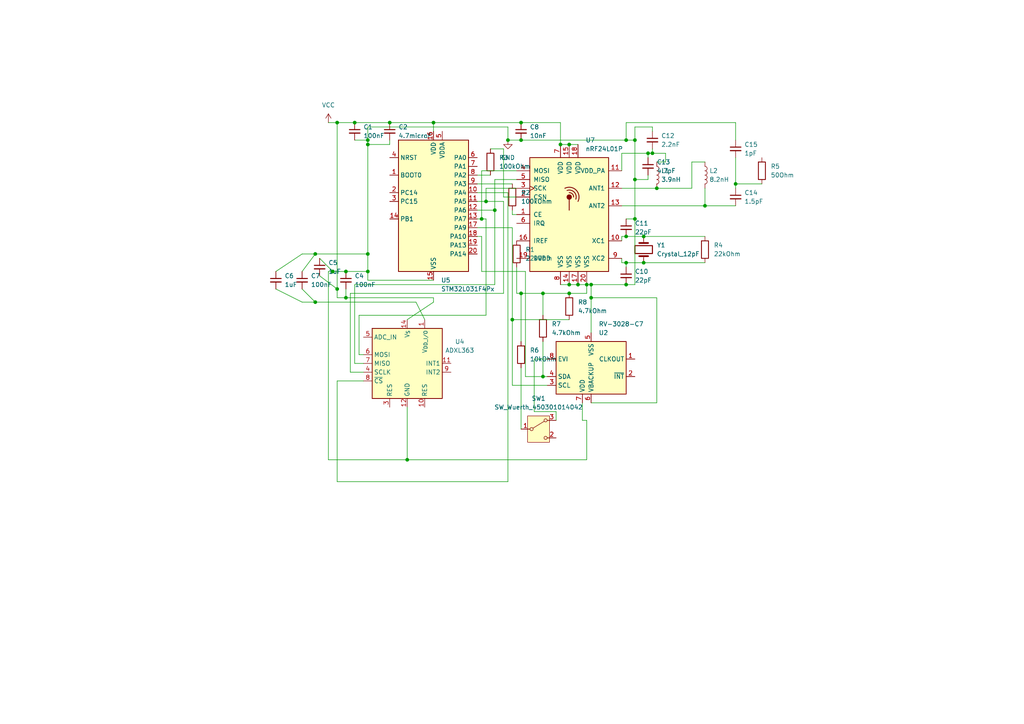
<source format=kicad_sch>
(kicad_sch (version 20231120) (generator "eeschema") (generator_version "8.0")
  (paper "A4")
  (lib_symbols
    (symbol "Device:C_Small" (pin_numbers hide) (pin_names (offset 0.254) hide)
      (property "Reference" "C" (at 0.254 1.778 0))
      (property "Value" "C_Small" (at 0.254 -2.032 0))
      (symbol "C_Small_0_1"
        (polyline (pts (xy -1.524 -0.508) (xy 1.524 -0.508)) (stroke (width 0.3302)))
        (polyline (pts (xy -1.524 0.508) (xy 1.524 0.508)) (stroke (width 0.3048)))
      )
      (symbol "C_Small_1_1"
        (pin passive line (at 0 2.54 270) (length 2.032) (name "~") (number "1"))
        (pin passive line (at 0 -2.54 90) (length 2.032) (name "~") (number "2"))
      )
    )
    (symbol "Device:Crystal" (pin_numbers hide) (pin_names (offset 1.016) hide)
      (property "Reference" "Y" (at 0 3.81 0))
      (property "Value" "Crystal" (at 0 -3.81 0))
      (symbol "Crystal_0_1"
        (rectangle (start -1.143 2.54) (end 1.143 -2.54) (stroke (width 0.3048)))
        (polyline (pts (xy -2.54 0) (xy -1.905 0)))
        (polyline (pts (xy -1.905 -1.27) (xy -1.905 1.27)) (stroke (width 0.508)))
        (polyline (pts (xy 1.905 -1.27) (xy 1.905 1.27)) (stroke (width 0.508)))
        (polyline (pts (xy 2.54 0) (xy 1.905 0)))
      )
      (symbol "Crystal_1_1"
        (pin passive line (at -3.81 0 0) (length 1.27) (name "1") (number "1"))
        (pin passive line (at 3.81 0 180) (length 1.27) (name "2") (number "2"))
      )
    )
    (symbol "Device:L" (pin_numbers hide) (pin_names (offset 1.016) hide)
      (property "Reference" "L" (at -1.27 0 90))
      (property "Value" "L" (at 1.905 0 90))
      (symbol "L_0_1"
        (arc (start 0 -2.54) (mid 0.6323 -1.905) (end 0 -1.27))
        (arc (start 0 -1.27) (mid 0.6323 -0.635) (end 0 0))
        (arc (start 0 0) (mid 0.6323 0.635) (end 0 1.27))
        (arc (start 0 1.27) (mid 0.6323 1.905) (end 0 2.54))
      )
      (symbol "L_1_1"
        (pin passive line (at 0 3.81 270) (length 1.27) (name "1") (number "1"))
        (pin passive line (at 0 -3.81 90) (length 1.27) (name "2") (number "2"))
      )
    )
    (symbol "Device:R" (pin_numbers hide) (pin_names (offset 0))
      (property "Reference" "R" (at 2.032 0 90))
      (property "Value" "R" (at 0 0 90))
      (symbol "R_0_1"
        (rectangle (start -1.016 -2.54) (end 1.016 2.54) (stroke (width 0.254)))
      )
      (symbol "R_1_1"
        (pin passive line (at 0 3.81 270) (length 1.27) (name "~") (number "1"))
        (pin passive line (at 0 -3.81 90) (length 1.27) (name "~") (number "2"))
      )
    )
    (symbol "MCU_ST_STM32L0:STM32L031F4Px"
      (property "Reference" "U" (at -10.16 21.59 0))
      (property "Value" "STM32L031F4Px" (at 5.08 21.59 0))
      (symbol "STM32L031F4Px_0_1"
        (rectangle (start -10.16 -17.78) (end 10.16 20.32) (stroke (width 0.254)) (fill (type background)))
      )
      (symbol "STM32L031F4Px_1_1"
        (pin input line (at -12.7 10.16 0) (length 2.54) (name "BOOT0") (number "1"))
        (pin bidirectional line (at 12.7 5.08 180) (length 2.54) (name "PA4") (number "10"))
        (pin bidirectional line (at 12.7 2.54 180) (length 2.54) (name "PA5") (number "11"))
        (pin bidirectional line (at 12.7 0 180) (length 2.54) (name "PA6") (number "12"))
        (pin bidirectional line (at 12.7 -2.54 180) (length 2.54) (name "PA7") (number "13"))
        (pin bidirectional line (at -12.7 -2.54 0) (length 2.54) (name "PB1") (number "14"))
        (pin power_in line (at 0 -20.32 90) (length 2.54) (name "VSS") (number "15"))
        (pin power_in line (at 0 22.86 270) (length 2.54) (name "VDD") (number "16"))
        (pin bidirectional line (at 12.7 -5.08 180) (length 2.54) (name "PA9") (number "17"))
        (pin bidirectional line (at 12.7 -7.62 180) (length 2.54) (name "PA10") (number "18"))
        (pin bidirectional line (at 12.7 -10.16 180) (length 2.54) (name "PA13") (number "19"))
        (pin bidirectional line (at -12.7 5.08 0) (length 2.54) (name "PC14") (number "2"))
        (pin bidirectional line (at 12.7 -12.7 180) (length 2.54) (name "PA14") (number "20"))
        (pin bidirectional line (at -12.7 2.54 0) (length 2.54) (name "PC15") (number "3"))
        (pin input line (at -12.7 15.24 0) (length 2.54) (name "NRST") (number "4"))
        (pin power_in line (at 2.54 22.86 270) (length 2.54) (name "VDDA") (number "5"))
        (pin bidirectional line (at 12.7 15.24 180) (length 2.54) (name "PA0") (number "6"))
        (pin bidirectional line (at 12.7 12.7 180) (length 2.54) (name "PA1") (number "7"))
        (pin bidirectional line (at 12.7 10.16 180) (length 2.54) (name "PA2") (number "8"))
        (pin bidirectional line (at 12.7 7.62 180) (length 2.54) (name "PA3") (number "9"))
      )
    )
    (symbol "RF:nRF24L01P" (pin_names (offset 1.016))
      (property "Reference" "U" (at -11.43 17.78 0))
      (property "Value" "nRF24L01P" (at 5.08 17.78 0))
      (symbol "nRF24L01P_0_1"
        (rectangle (start -11.43 16.51) (end 11.43 -16.51) (stroke (width 0.254)) (fill (type background)))
        (polyline (pts (xy 0 4.445) (xy 0 1.27)) (stroke (width 0.254)))
        (circle (center 0 5.08) (radius 0.635) (stroke (width 0.254)) (fill (type outline)))
        (arc (start 1.27 5.08) (mid 0.9071 5.9946) (end 0 6.35) (stroke (width 0.254)))
        (arc (start 1.905 4.445) (mid 1.4313 6.5254) (end -0.635 6.985) (stroke (width 0.254)))
        (arc (start 2.54 3.81) (mid 2.008 7.088) (end -1.27 7.62) (stroke (width 0.254)))
        (rectangle (start 11.43 -13.97) (end 11.43 -13.97))
      )
      (symbol "nRF24L01P_1_1"
        (pin input line (at -15.24 0 0) (length 3.81) (name "CE") (number "1"))
        (pin passive line (at 15.24 -7.62 180) (length 3.81) (name "XC1") (number "10"))
        (pin power_out line (at 15.24 12.7 180) (length 3.81) (name "VDD_PA") (number "11"))
        (pin passive line (at 15.24 7.62 180) (length 3.81) (name "ANT1") (number "12"))
        (pin passive line (at 15.24 2.54 180) (length 3.81) (name "ANT2") (number "13"))
        (pin power_in line (at 0 -20.32 90) (length 3.81) (name "VSS") (number "14"))
        (pin power_in line (at 0 20.32 270) (length 3.81) (name "VDD") (number "15"))
        (pin passive line (at -15.24 -7.62 0) (length 3.81) (name "IREF") (number "16"))
        (pin power_in line (at 2.54 -20.32 90) (length 3.81) (name "VSS") (number "17"))
        (pin power_in line (at 2.54 20.32 270) (length 3.81) (name "VDD") (number "18"))
        (pin power_out line (at -15.24 -12.7 0) (length 3.81) (name "DVDD") (number "19"))
        (pin input line (at -15.24 5.08 0) (length 3.81) (name "CSN") (number "2"))
        (pin power_in line (at 5.08 -20.32 90) (length 3.81) (name "VSS") (number "20"))
        (pin input clock (at -15.24 7.62 0) (length 3.81) (name "SCK") (number "3"))
        (pin input line (at -15.24 12.7 0) (length 3.81) (name "MOSI") (number "4"))
        (pin output line (at -15.24 10.16 0) (length 3.81) (name "MISO") (number "5"))
        (pin output line (at -15.24 -2.54 0) (length 3.81) (name "IRQ") (number "6"))
        (pin power_in line (at -2.54 20.32 270) (length 3.81) (name "VDD") (number "7"))
        (pin power_in line (at -2.54 -20.32 90) (length 3.81) (name "VSS") (number "8"))
        (pin passive line (at 15.24 -12.7 180) (length 3.81) (name "XC2") (number "9"))
      )
    )
    (symbol "Sensor_Motion:ADXL363"
      (property "Reference" "U" (at -8.89 11.43 0))
      (property "Value" "ADXL363" (at 6.35 11.43 0))
      (symbol "ADXL363_0_1"
        (rectangle (start -10.16 10.16) (end 10.16 -10.16) (stroke (width 0.254)) (fill (type background)))
      )
      (symbol "ADXL363_1_1"
        (pin power_in line (at 5.08 12.7 270) (length 2.54) (name "V_{DD_I/O}") (number "1"))
        (pin passive line (at 5.08 -12.7 90) (length 2.54) (name "RES") (number "10"))
        (pin output line (at 12.7 0 180) (length 2.54) (name "INT1") (number "11"))
        (pin power_in line (at 0 -12.7 90) (length 2.54) (name "GND") (number "12"))
        (pin passive line (at 0 -12.7 90) (length 2.54) hide (name "GND") (number "13"))
        (pin power_in line (at 0 12.7 270) (length 2.54) (name "V_{S}") (number "14"))
        (pin passive line (at 0 -12.7 90) (length 2.54) hide (name "GND") (number "16"))
        (pin passive line (at -5.08 -12.7 90) (length 2.54) (name "RES") (number "3"))
        (pin input line (at -12.7 -2.54 0) (length 2.54) (name "SCLK") (number "4"))
        (pin input line (at -12.7 7.62 0) (length 2.54) (name "ADC_IN") (number "5"))
        (pin input line (at -12.7 2.54 0) (length 2.54) (name "MOSI") (number "6"))
        (pin output line (at -12.7 0 0) (length 2.54) (name "MISO") (number "7"))
        (pin input line (at -12.7 -5.08 0) (length 2.54) (name "~{CS}") (number "8"))
        (pin output line (at 12.7 -2.54 180) (length 2.54) (name "INT2") (number "9"))
      )
    )
    (symbol "Switch:SW_Wuerth_450301014042" (pin_names (offset 1) hide)
      (property "Reference" "SW" (at 0 5.08 0))
      (property "Value" "SW_Wuerth_450301014042" (at 0 -5.08 0))
      (symbol "SW_Wuerth_450301014042_0_1"
        (circle (center -2.032 0) (radius 0.4572))
        (polyline (pts (xy -1.651 0.254) (xy 1.651 2.286)))
        (circle (center 2.032 -2.54) (radius 0.4572))
        (circle (center 2.032 2.54) (radius 0.4572))
      )
      (symbol "SW_Wuerth_450301014042_1_1"
        (rectangle (start -3.175 3.81) (end 3.175 -3.81) (fill (type background)))
        (pin passive line (at -5.08 0 0) (length 2.54) (name "B") (number "1"))
        (pin passive line (at 5.08 -2.54 180) (length 2.54) (name "C") (number "2"))
        (pin passive line (at 5.08 2.54 180) (length 2.54) (name "A") (number "3"))
      )
    )
    (symbol "Timer_RTC:RV-3028-C7"
      (property "Reference" "U" (at -8.89 8.89 0))
      (property "Value" "RV-3028-C7" (at 7.62 8.89 0))
      (symbol "RV-3028-C7_0_1"
        (rectangle (start -10.16 7.62) (end 10.16 -7.62) (stroke (width 0.254)) (fill (type background)))
      )
      (symbol "RV-3028-C7_1_1"
        (pin output line (at 12.7 -2.54 180) (length 2.54) (name "CLKOUT") (number "1"))
        (pin open_collector line (at 12.7 2.54 180) (length 2.54) (name "~{INT}") (number "2"))
        (pin input line (at -12.7 5.08 0) (length 2.54) (name "SCL") (number "3"))
        (pin bidirectional line (at -12.7 2.54 0) (length 2.54) (name "SDA") (number "4"))
        (pin power_in line (at 0 -10.16 90) (length 2.54) (name "VSS") (number "5"))
        (pin power_in line (at 0 10.16 270) (length 2.54) (name "VBACKUP") (number "6"))
        (pin power_in line (at -2.54 10.16 270) (length 2.54) (name "VDD") (number "7"))
        (pin input line (at -12.7 -2.54 0) (length 2.54) (name "EVI") (number "8"))
      )
    )
    (symbol "power:GND" (power) (pin_numbers hide) (pin_names (offset 0) hide)
      (property "Value" "GND" (at 0 -3.81 0))
      (symbol "GND_0_1"
        (polyline (pts (xy 0 0) (xy 0 -1.27) (xy 1.27 -1.27) (xy 0 -2.54) (xy -1.27 -1.27) (xy 0 -1.27)))
      )
      (symbol "GND_1_1"
        (pin power_in line (at 0 0 270) (length 0) (name "~") (number "1"))
      )
    )
    (symbol "power:VCC" (power) (pin_numbers hide) (pin_names (offset 0) hide)
      (property "Value" "VCC" (at 0 3.556 0))
      (symbol "VCC_0_1"
        (polyline (pts (xy -0.762 1.27) (xy 0 2.54)))
        (polyline (pts (xy 0 0) (xy 0 2.54)))
        (polyline (pts (xy 0 2.54) (xy 0.762 1.27)))
      )
      (symbol "VCC_1_1"
        (pin power_in line (at 0 0 90) (length 0) (name "~") (number "1"))
      )
    )
  )
  (junction (at 157.48 85.09))
  (junction (at 184.15 52.07))
  (junction (at 147.32 40.64))
  (junction (at 118.11 133.35))
  (junction (at 113.03 35.56))
  (junction (at 181.61 40.64))
  (junction (at 181.61 68.58))
  (junction (at 165.1 85.09))
  (junction (at 190.5 54.61))
  (junction (at 96.52 78.74))
  (junction (at 171.45 86.36))
  (junction (at 100.33 78.74))
  (junction (at 186.69 76.2))
  (junction (at 125.73 35.56))
  (junction (at 139.7 63.5))
  (junction (at 100.33 86.36))
  (junction (at 170.18 82.55))
  (junction (at 151.13 85.09))
  (junction (at 187.96 44.45))
  (junction (at 151.13 40.64))
  (junction (at 186.69 68.58))
  (junction (at 97.79 35.56))
  (junction (at 165.1 82.55))
  (junction (at 157.48 109.22))
  (junction (at 91.44 87.63))
  (junction (at 140.97 58.42))
  (junction (at 184.15 40.64))
  (junction (at 167.64 82.55))
  (junction (at 102.87 35.56))
  (junction (at 171.45 82.55))
  (junction (at 213.36 53.34))
  (junction (at 148.59 92.71))
  (junction (at 181.61 76.2))
  (junction (at 165.1 41.91))
  (junction (at 162.56 41.91))
  (junction (at 106.68 73.66))
  (junction (at 151.13 35.56))
  (junction (at 106.68 78.74))
  (junction (at 189.23 44.45))
  (junction (at 204.47 59.69))
  (junction (at 184.15 63.5))
  (junction (at 97.79 83.82))
  (junction (at 106.68 40.64))
  (junction (at 143.51 60.96))
  (junction (at 181.61 82.55))
  (junction (at 91.44 73.66))
  (junction (at 106.68 41.91))
  (wire (pts (xy 120.65 87.63) (xy 91.44 87.63)))
  (wire (pts (xy 165.1 82.55) (xy 167.64 82.55)))
  (wire (pts (xy 97.79 110.49) (xy 105.41 110.49)))
  (wire (pts (xy 125.73 87.63) (xy 125.73 86.36)))
  (wire (pts (xy 181.61 40.64) (xy 184.15 40.64)))
  (wire (pts (xy 147.32 36.83) (xy 147.32 40.64)))
  (wire (pts (xy 171.45 86.36) (xy 171.45 82.55)))
  (wire (pts (xy 186.69 76.2) (xy 204.47 76.2)))
  (wire (pts (xy 95.25 78.74) (xy 96.52 78.74)))
  (wire (pts (xy 106.68 36.83) (xy 106.68 40.64)))
  (wire (pts (xy 125.73 86.36) (xy 100.33 86.36)))
  (wire (pts (xy 139.7 49.53) (xy 139.7 63.5)))
  (wire (pts (xy 187.96 50.8) (xy 187.96 52.07)))
  (wire (pts (xy 151.13 40.64) (xy 147.32 40.64)))
  (wire (pts (xy 92.71 80.01) (xy 97.79 83.82)))
  (wire (pts (xy 143.51 60.96) (xy 138.43 60.96)))
  (wire (pts (xy 95.25 133.35) (xy 118.11 133.35)))
  (wire (pts (xy 200.66 54.61) (xy 200.66 46.99)))
  (wire (pts (xy 162.56 35.56) (xy 162.56 41.91)))
  (wire (pts (xy 151.13 35.56) (xy 162.56 35.56)))
  (wire (pts (xy 204.47 54.61) (xy 204.47 59.69)))
  (wire (pts (xy 142.24 50.8) (xy 138.43 50.8)))
  (wire (pts (xy 180.34 69.85) (xy 180.34 68.58)))
  (wire (pts (xy 149.86 77.47) (xy 149.86 85.09)))
  (wire (pts (xy 146.05 43.18) (xy 146.05 57.15)))
  (wire (pts (xy 97.79 139.7) (xy 97.79 110.49)))
  (wire (pts (xy 140.97 58.42) (xy 146.05 58.42)))
  (wire (pts (xy 157.48 85.09) (xy 165.1 85.09)))
  (wire (pts (xy 213.36 53.34) (xy 213.36 45.72)))
  (wire (pts (xy 148.59 66.04) (xy 148.59 92.71)))
  (wire (pts (xy 91.44 73.66) (xy 106.68 73.66)))
  (wire (pts (xy 180.34 49.53) (xy 180.34 44.45)))
  (wire (pts (xy 151.13 85.09) (xy 157.48 85.09)))
  (wire (pts (xy 151.13 124.46) (xy 151.13 106.68)))
  (wire (pts (xy 184.15 40.64) (xy 184.15 52.07)))
  (wire (pts (xy 184.15 52.07) (xy 184.15 63.5)))
  (wire (pts (xy 190.5 116.84) (xy 190.5 86.36)))
  (wire (pts (xy 113.03 40.64) (xy 113.03 41.91)))
  (wire (pts (xy 157.48 85.09) (xy 157.48 91.44)))
  (wire (pts (xy 165.1 41.91) (xy 162.56 41.91)))
  (wire (pts (xy 161.29 119.38) (xy 161.29 121.92)))
  (wire (pts (xy 187.96 44.45) (xy 189.23 44.45)))
  (wire (pts (xy 140.97 63.5) (xy 140.97 91.44)))
  (wire (pts (xy 158.75 104.14) (xy 154.94 104.14)))
  (wire (pts (xy 100.33 86.36) (xy 97.79 86.36)))
  (wire (pts (xy 213.36 40.64) (xy 213.36 35.56)))
  (wire (pts (xy 187.96 52.07) (xy 184.15 52.07)))
  (wire (pts (xy 193.04 44.45) (xy 193.04 46.99)))
  (wire (pts (xy 87.63 78.74) (xy 91.44 73.66)))
  (wire (pts (xy 165.1 92.71) (xy 148.59 92.71)))
  (wire (pts (xy 102.87 82.55) (xy 143.51 82.55)))
  (wire (pts (xy 213.36 35.56) (xy 181.61 35.56)))
  (wire (pts (xy 168.91 121.92) (xy 170.18 121.92)))
  (wire (pts (xy 168.91 116.84) (xy 168.91 121.92)))
  (wire (pts (xy 149.86 57.15) (xy 146.05 57.15)))
  (wire (pts (xy 143.51 82.55) (xy 143.51 60.96)))
  (wire (pts (xy 139.7 68.58) (xy 138.43 68.58)))
  (wire (pts (xy 101.6 107.95) (xy 105.41 107.95)))
  (wire (pts (xy 204.47 59.69) (xy 213.36 59.69)))
  (wire (pts (xy 184.15 82.55) (xy 181.61 82.55)))
  (wire (pts (xy 149.86 54.61) (xy 140.97 54.61)))
  (wire (pts (xy 139.7 63.5) (xy 140.97 63.5)))
  (wire (pts (xy 190.5 86.36) (xy 171.45 86.36)))
  (wire (pts (xy 158.75 111.76) (xy 148.59 111.76)))
  (wire (pts (xy 189.23 38.1) (xy 189.23 36.83)))
  (wire (pts (xy 213.36 54.61) (xy 213.36 53.34)))
  (wire (pts (xy 190.5 46.99) (xy 193.04 46.99)))
  (wire (pts (xy 180.34 76.2) (xy 181.61 76.2)))
  (wire (pts (xy 106.68 36.83) (xy 147.32 36.83)))
  (wire (pts (xy 147.32 55.88) (xy 147.32 139.7)))
  (wire (pts (xy 92.71 74.93) (xy 96.52 78.74)))
  (wire (pts (xy 106.68 73.66) (xy 106.68 78.74)))
  (wire (pts (xy 154.94 104.14) (xy 154.94 119.38)))
  (wire (pts (xy 181.61 77.47) (xy 181.61 76.2)))
  (wire (pts (xy 162.56 82.55) (xy 165.1 82.55)))
  (wire (pts (xy 154.94 119.38) (xy 161.29 119.38)))
  (wire (pts (xy 87.63 73.66) (xy 91.44 73.66)))
  (wire (pts (xy 158.75 109.22) (xy 157.48 109.22)))
  (wire (pts (xy 143.51 52.07) (xy 143.51 60.96)))
  (wire (pts (xy 125.73 81.28) (xy 106.68 81.28)))
  (wire (pts (xy 138.43 58.42) (xy 140.97 58.42)))
  (wire (pts (xy 118.11 118.11) (xy 118.11 133.35)))
  (wire (pts (xy 95.25 133.35) (xy 95.25 78.74)))
  (wire (pts (xy 180.34 54.61) (xy 190.5 54.61)))
  (wire (pts (xy 113.03 41.91) (xy 106.68 41.91)))
  (wire (pts (xy 138.43 63.5) (xy 139.7 63.5)))
  (wire (pts (xy 146.05 43.18) (xy 142.24 43.18)))
  (wire (pts (xy 106.68 81.28) (xy 106.68 78.74)))
  (wire (pts (xy 190.5 54.61) (xy 200.66 54.61)))
  (wire (pts (xy 171.45 116.84) (xy 190.5 116.84)))
  (wire (pts (xy 149.86 52.07) (xy 143.51 52.07)))
  (wire (pts (xy 91.44 87.63) (xy 87.63 83.82)))
  (wire (pts (xy 146.05 58.42) (xy 146.05 85.09)))
  (wire (pts (xy 105.41 105.41) (xy 102.87 105.41)))
  (wire (pts (xy 181.61 35.56) (xy 181.61 40.64)))
  (wire (pts (xy 148.59 53.34) (xy 138.43 53.34)))
  (wire (pts (xy 189.23 36.83) (xy 184.15 36.83)))
  (wire (pts (xy 104.14 102.87) (xy 105.41 102.87)))
  (wire (pts (xy 148.59 92.71) (xy 148.59 111.76)))
  (wire (pts (xy 186.69 68.58) (xy 204.47 68.58)))
  (wire (pts (xy 181.61 76.2) (xy 186.69 76.2)))
  (wire (pts (xy 113.03 35.56) (xy 125.73 35.56)))
  (wire (pts (xy 125.73 35.56) (xy 125.73 38.1)))
  (wire (pts (xy 96.52 78.74) (xy 100.33 78.74)))
  (wire (pts (xy 167.64 82.55) (xy 170.18 82.55)))
  (wire (pts (xy 181.61 82.55) (xy 171.45 82.55)))
  (wire (pts (xy 100.33 78.74) (xy 106.68 78.74)))
  (wire (pts (xy 181.61 68.58) (xy 186.69 68.58)))
  (wire (pts (xy 118.11 92.71) (xy 125.73 87.63)))
  (wire (pts (xy 149.86 85.09) (xy 151.13 85.09)))
  (wire (pts (xy 189.23 44.45) (xy 189.23 43.18)))
  (wire (pts (xy 152.4 78.74) (xy 139.7 78.74)))
  (wire (pts (xy 171.45 82.55) (xy 170.18 82.55)))
  (wire (pts (xy 171.45 96.52) (xy 171.45 86.36)))
  (wire (pts (xy 104.14 91.44) (xy 140.97 91.44)))
  (wire (pts (xy 151.13 40.64) (xy 181.61 40.64)))
  (wire (pts (xy 106.68 41.91) (xy 106.68 73.66)))
  (wire (pts (xy 102.87 35.56) (xy 113.03 35.56)))
  (wire (pts (xy 118.11 133.35) (xy 170.18 133.35)))
  (wire (pts (xy 97.79 83.82) (xy 97.79 35.56)))
  (wire (pts (xy 180.34 68.58) (xy 181.61 68.58)))
  (wire (pts (xy 220.98 53.34) (xy 213.36 53.34)))
  (wire (pts (xy 151.13 99.06) (xy 151.13 85.09)))
  (wire (pts (xy 95.25 35.56) (xy 97.79 35.56)))
  (wire (pts (xy 140.97 54.61) (xy 140.97 58.42)))
  (wire (pts (xy 101.6 85.09) (xy 146.05 85.09)))
  (wire (pts (xy 180.34 44.45) (xy 187.96 44.45)))
  (wire (pts (xy 149.86 62.23) (xy 148.59 62.23)))
  (wire (pts (xy 139.7 78.74) (xy 139.7 68.58)))
  (wire (pts (xy 167.64 41.91) (xy 165.1 41.91)))
  (wire (pts (xy 80.01 78.74) (xy 87.63 73.66)))
  (wire (pts (xy 148.59 66.04) (xy 138.43 66.04)))
  (wire (pts (xy 100.33 83.82) (xy 100.33 86.36)))
  (wire (pts (xy 97.79 35.56) (xy 102.87 35.56)))
  (wire (pts (xy 148.59 62.23) (xy 148.59 60.96)))
  (wire (pts (xy 151.13 35.56) (xy 125.73 35.56)))
  (wire (pts (xy 157.48 109.22) (xy 152.4 109.22)))
  (wire (pts (xy 184.15 36.83) (xy 184.15 40.64)))
  (wire (pts (xy 165.1 85.09) (xy 170.18 85.09)))
  (wire (pts (xy 123.19 92.71) (xy 120.65 87.63)))
  (wire (pts (xy 170.18 85.09) (xy 170.18 82.55)))
  (wire (pts (xy 187.96 44.45) (xy 187.96 45.72)))
  (wire (pts (xy 91.44 87.63) (xy 87.63 87.63)))
  (wire (pts (xy 101.6 85.09) (xy 101.6 107.95)))
  (wire (pts (xy 102.87 105.41) (xy 102.87 82.55)))
  (wire (pts (xy 200.66 46.99) (xy 204.47 46.99)))
  (wire (pts (xy 106.68 40.64) (xy 106.68 41.91)))
  (wire (pts (xy 152.4 109.22) (xy 152.4 78.74)))
  (wire (pts (xy 149.86 49.53) (xy 139.7 49.53)))
  (wire (pts (xy 170.18 121.92) (xy 170.18 133.35)))
  (wire (pts (xy 97.79 86.36) (xy 97.79 83.82)))
  (wire (pts (xy 102.87 40.64) (xy 106.68 40.64)))
  (wire (pts (xy 147.32 139.7) (xy 97.79 139.7)))
  (wire (pts (xy 87.63 87.63) (xy 80.01 83.82)))
  (wire (pts (xy 157.48 109.22) (xy 157.48 99.06)))
  (wire (pts (xy 138.43 55.88) (xy 147.32 55.88)))
  (wire (pts (xy 180.34 74.93) (xy 180.34 76.2)))
  (wire (pts (xy 184.15 63.5) (xy 184.15 82.55)))
  (wire (pts (xy 189.23 44.45) (xy 193.04 44.45)))
  (wire (pts (xy 104.14 91.44) (xy 104.14 102.87)))
  (wire (pts (xy 180.34 59.69) (xy 204.47 59.69)))
  (wire (pts (xy 181.61 63.5) (xy 184.15 63.5)))
  (symbol (lib_id "Device:L") (at 190.5 50.8 0) (unit 1)
    (property "Reference" "L1" (at 191.77 49.5299 0) (effects (justify left)))
    (property "Value" "3.9nH" (at 191.77 52.0699 0) (effects (justify left)))
    (property "Footprint" "Capacitor_SMD:CP_Elec_6.3x3.9" (effects (hide yes)))
    (property "Description" "Inductor" (effects (hide yes)))
  )
  (symbol (lib_id "Device:R") (at 157.48 95.25 0) (unit 1)
    (property "Reference" "R7" (at 160.02 93.9799 0) (effects (justify left)))
    (property "Value" "4.7kOhm" (at 160.02 96.5199 0) (effects (justify left)))
    (property "Description" "Resistor" (effects (hide yes)))
  )
  (symbol (lib_id "Device:Crystal") (at 186.69 72.39 90) (unit 1)
    (property "Reference" "Y1" (at 190.5 71.1199 90) (effects (justify right)))
    (property "Value" "Crystal_12pF" (at 190.5 73.6599 90) (effects (justify right)))
    (property "Description" "Two pin crystal" (effects (hide yes)))
  )
  (symbol (lib_id "power:VCC") (at 95.25 35.56 0) (unit 1)
    (property "Reference" "#PWR02" (effects (hide yes)))
    (property "Value" "VCC" (at 95.25 30.48 0))
    (property "Description" "Power symbol creates a global label with name \"VCC\"" (effects (hide yes)))
  )
  (symbol (lib_id "Device:C_Small") (at 189.23 40.64 0) (unit 1)
    (property "Reference" "C12" (at 191.77 39.3762 0) (effects (justify left)))
    (property "Value" "2.2nF" (at 191.77 41.9162 0) (effects (justify left)))
    (property "Footprint" "Capacitor_SMD:CP_Elec_6.3x3.9" (effects (hide yes)))
    (property "Description" "Unpolarized capacitor, small symbol" (effects (hide yes)))
  )
  (symbol (lib_id "MCU_ST_STM32L0:STM32L031F4Px") (at 125.73 60.96 0) (unit 1)
    (property "Reference" "U5" (at 127.9241 81.28 0) (effects (justify left)))
    (property "Value" "STM32L031F4Px" (at 127.9241 83.82 0) (effects (justify left)))
    (property "Footprint" "Package_SO:TSSOP-20_4.4x6.5mm_P0.65mm" (effects (hide yes)))
    (property "Datasheet" "https://www.st.com/resource/en/datasheet/stm32l031f4.pdf" (effects (hide yes)))
    (property "Description" "STMicroelectronics Arm Cortex-M0+ MCU, 16KB flash, 8KB RAM, 32 MHz, 1.65-3.6V, 15 GPIO, TSSOP20" (effects (hide yes)))
  )
  (symbol (lib_id "Device:R") (at 142.24 46.99 0) (unit 1)
    (property "Reference" "R3" (at 144.78 45.7199 0) (effects (justify left)))
    (property "Value" "100kOhm" (at 144.78 48.2599 0) (effects (justify left)))
    (property "Footprint" "Capacitor_SMD:C_0201_0603Metric_Pad0.64x0.40mm_HandSolder" (effects (hide yes)))
    (property "Description" "Resistor" (effects (hide yes)))
  )
  (symbol (lib_id "Device:C_Small") (at 213.36 43.18 0) (unit 1)
    (property "Reference" "C15" (at 215.9 41.9162 0) (effects (justify left)))
    (property "Value" "1pF" (at 215.9 44.4562 0) (effects (justify left)))
    (property "Footprint" "Capacitor_SMD:CP_Elec_6.3x3.9" (effects (hide yes)))
    (property "Description" "Unpolarized capacitor, small symbol" (effects (hide yes)))
  )
  (symbol (lib_id "RF:nRF24L01P") (at 165.1 62.23 0) (unit 1)
    (property "Reference" "U7" (at 169.8341 40.64 0) (effects (justify left)))
    (property "Value" "nRF24L01P" (at 169.8341 43.18 0) (effects (justify left)))
    (property "Footprint" "Package_DFN_QFN:QFN-20-1EP_4x4mm_P0.5mm_EP2.5x2.5mm" (effects (hide yes)))
    (property "Datasheet" "http://www.nordicsemi.com/eng/content/download/2726/34069/file/nRF24L01P_Product_Specification_1_0.pdf" (effects (hide yes)))
    (property "Description" "nRF24L01+, Ultra low power 2.4GHz RF Transceiver, QFN20 4x4mm" (effects (hide yes)))
  )
  (symbol (lib_id "power:GND") (at 147.32 40.64 0) (unit 1)
    (property "Reference" "#PWR01" (effects (hide yes)))
    (property "Value" "GND" (at 147.32 45.72 0))
    (property "Description" "Power symbol creates a global label with name \"GND\" , ground" (effects (hide yes)))
  )
  (symbol (lib_id "Device:C_Small") (at 92.71 77.47 0) (unit 1)
    (property "Reference" "C5" (at 95.25 76.2062 0) (effects (justify left)))
    (property "Value" "1uF" (at 95.25 78.7462 0) (effects (justify left)))
    (property "Description" "Unpolarized capacitor, small symbol" (effects (hide yes)))
  )
  (symbol (lib_id "Device:L") (at 204.47 50.8 0) (unit 1)
    (property "Reference" "L2" (at 205.74 49.5299 0) (effects (justify left)))
    (property "Value" "8.2nH" (at 205.74 52.0699 0) (effects (justify left)))
    (property "Footprint" "Capacitor_SMD:CP_Elec_6.3x3.9" (effects (hide yes)))
    (property "Description" "Inductor" (effects (hide yes)))
  )
  (symbol (lib_id "Switch:SW_Wuerth_450301014042") (at 156.21 124.46 0) (unit 1)
    (property "Reference" "SW1" (at 156.21 115.57 0))
    (property "Value" "SW_Wuerth_450301014042" (at 156.21 118.11 0))
    (property "Footprint" "Button_Switch_THT:SW_Slide-03_Wuerth-WS-SLTV_10x2.5x6.4_P2.54mm" (effects (hide yes)))
    (property "Datasheet" "https://www.we-online.com/components/products/datasheet/450301014042.pdf" (effects (hide yes)))
    (property "Description" "Switch slide, single pole double throw" (effects (hide yes)))
  )
  (symbol (lib_id "Device:C_Small") (at 181.61 66.04 0) (unit 1)
    (property "Reference" "C11" (at 184.15 64.7762 0) (effects (justify left)))
    (property "Value" "22pF" (at 184.15 67.3162 0) (effects (justify left)))
    (property "Footprint" "Capacitor_SMD:CP_Elec_6.3x3.9" (effects (hide yes)))
    (property "Description" "Unpolarized capacitor, small symbol" (effects (hide yes)))
  )
  (symbol (lib_id "Device:C_Small") (at 102.87 38.1 0) (unit 1)
    (property "Reference" "C1" (at 105.41 36.8362 0) (effects (justify left)))
    (property "Value" "100nF" (at 105.41 39.3762 0) (effects (justify left)))
    (property "Description" "Unpolarized capacitor, small symbol" (effects (hide yes)))
  )
  (symbol (lib_id "Device:R") (at 148.59 57.15 0) (unit 1)
    (property "Reference" "R2" (at 151.13 55.8799 0) (effects (justify left)))
    (property "Value" "100kOhm" (at 151.13 58.4199 0) (effects (justify left)))
    (property "Footprint" "Capacitor_SMD:CP_Elec_6.3x3.9" (effects (hide yes)))
    (property "Description" "Resistor" (effects (hide yes)))
  )
  (symbol (lib_id "Device:R") (at 204.47 72.39 0) (unit 1)
    (property "Reference" "R4" (at 207.01 71.1199 0) (effects (justify left)))
    (property "Value" "22kOhm" (at 207.01 73.6599 0) (effects (justify left)))
    (property "Description" "Resistor" (effects (hide yes)))
  )
  (symbol (lib_id "Device:C_Small") (at 113.03 38.1 0) (unit 1)
    (property "Reference" "C2" (at 115.57 36.8362 0) (effects (justify left)))
    (property "Value" "4.7microF" (at 115.57 39.3762 0) (effects (justify left)))
    (property "Description" "Unpolarized capacitor, small symbol" (effects (hide yes)))
  )
  (symbol (lib_id "Device:C_Small") (at 87.63 81.28 0) (unit 1)
    (property "Reference" "C7" (at 90.17 80.0162 0) (effects (justify left)))
    (property "Value" "100nF" (at 90.17 82.5562 0) (effects (justify left)))
    (property "Footprint" "Capacitor_SMD:C_0201_0603Metric_Pad0.64x0.40mm_HandSolder" (effects (hide yes)))
    (property "Description" "Unpolarized capacitor, small symbol" (effects (hide yes)))
  )
  (symbol (lib_id "Device:C_Small") (at 151.13 38.1 0) (unit 1)
    (property "Reference" "C8" (at 153.67 36.8362 0) (effects (justify left)))
    (property "Value" "10nF" (at 153.67 39.3762 0) (effects (justify left)))
    (property "Footprint" "Capacitor_SMD:C_0201_0603Metric_Pad0.64x0.40mm_HandSolder" (effects (hide yes)))
    (property "Description" "Unpolarized capacitor, small symbol" (effects (hide yes)))
  )
  (symbol (lib_id "Device:R") (at 149.86 73.66 0) (unit 1)
    (property "Reference" "R1" (at 152.4 72.3899 0) (effects (justify left)))
    (property "Value" "22kOhm" (at 152.4 74.9299 0) (effects (justify left)))
    (property "Footprint" "Capacitor_SMD:CP_Elec_6.3x3.9" (effects (hide yes)))
    (property "Description" "Resistor" (effects (hide yes)))
  )
  (symbol (lib_id "Device:R") (at 220.98 49.53 0) (unit 1)
    (property "Reference" "R5" (at 223.52 48.2599 0) (effects (justify left)))
    (property "Value" "50Ohm" (at 223.52 50.7999 0) (effects (justify left)))
    (property "Description" "Resistor" (effects (hide yes)))
  )
  (symbol (lib_id "Device:R") (at 151.13 102.87 0) (unit 1)
    (property "Reference" "R6" (at 153.67 101.5999 0) (effects (justify left)))
    (property "Value" "10kOhm" (at 153.67 104.1399 0) (effects (justify left)))
    (property "Description" "Resistor" (effects (hide yes)))
  )
  (symbol (lib_id "Device:R") (at 165.1 88.9 0) (unit 1)
    (property "Reference" "R8" (at 167.64 87.6299 0) (effects (justify left)))
    (property "Value" "4.7kOhm" (at 167.64 90.1699 0) (effects (justify left)))
    (property "Description" "Resistor" (effects (hide yes)))
  )
  (symbol (lib_id "Device:C_Small") (at 213.36 57.15 0) (unit 1)
    (property "Reference" "C14" (at 215.9 55.8862 0) (effects (justify left)))
    (property "Value" "1.5pF" (at 215.9 58.4262 0) (effects (justify left)))
    (property "Footprint" "Capacitor_SMD:CP_Elec_6.3x3.9" (effects (hide yes)))
    (property "Description" "Unpolarized capacitor, small symbol" (effects (hide yes)))
  )
  (symbol (lib_id "Timer_RTC:RV-3028-C7") (at 171.45 106.68 0) (mirror x) (unit 1)
    (property "Reference" "U2" (at 173.6441 96.52 0) (effects (justify left)))
    (property "Value" "RV-3028-C7" (at 173.6441 93.98 0) (effects (justify left)))
    (property "Footprint" "Package_SON:MicroCrystal_C7_SON-8_1.5x3.2mm_P0.9mm" (effects (hide yes)))
    (property "Datasheet" "https://www.microcrystal.com/fileadmin/Media/Products/RTC/Datasheet/RV-3028-C7.pdf" (effects (hide yes)))
    (property "Description" "Realtime Clock/Calendar I2C Interface, Extreme Low Power, 1.1 V to 5.5 V, MicroCrystal C7" (effects (hide yes)))
  )
  (symbol (lib_id "Device:C_Small") (at 187.96 48.26 0) (unit 1)
    (property "Reference" "C13" (at 190.5 46.9962 0) (effects (justify left)))
    (property "Value" "4.7pF" (at 190.5 49.5362 0) (effects (justify left)))
    (property "Footprint" "Capacitor_SMD:CP_Elec_6.3x3.9" (effects (hide yes)))
    (property "Description" "Unpolarized capacitor, small symbol" (effects (hide yes)))
  )
  (symbol (lib_id "Device:C_Small") (at 100.33 81.28 0) (unit 1)
    (property "Reference" "C4" (at 102.87 80.0162 0) (effects (justify left)))
    (property "Value" "100nF" (at 102.87 82.5562 0) (effects (justify left)))
    (property "Description" "Unpolarized capacitor, small symbol" (effects (hide yes)))
  )
  (symbol (lib_id "Device:C_Small") (at 80.01 81.28 0) (unit 1)
    (property "Reference" "C6" (at 82.55 80.0162 0) (effects (justify left)))
    (property "Value" "1uF" (at 82.55 82.5562 0) (effects (justify left)))
    (property "Footprint" "Capacitor_SMD:C_0201_0603Metric_Pad0.64x0.40mm_HandSolder" (effects (hide yes)))
    (property "Description" "Unpolarized capacitor, small symbol" (effects (hide yes)))
  )
  (symbol (lib_id "Device:C_Small") (at 181.61 80.01 0) (unit 1)
    (property "Reference" "C10" (at 184.15 78.7462 0) (effects (justify left)))
    (property "Value" "22pF" (at 184.15 81.2862 0) (effects (justify left)))
    (property "Footprint" "Capacitor_SMD:C_0201_0603Metric_Pad0.64x0.40mm_HandSolder" (effects (hide yes)))
    (property "Description" "Unpolarized capacitor, small symbol" (effects (hide yes)))
  )
  (symbol (lib_id "Sensor_Motion:ADXL363") (at 118.11 105.41 0) (unit 1)
    (property "Reference" "U4" (at 133.35 99.0914 0))
    (property "Value" "ADXL363" (at 133.35 101.6314 0))
    (property "Footprint" "Sensor_Motion:Analog_LGA-16_3.25x3mm_P0.5mm_LayoutBorder3x5y" (effects (hide yes)))
    (property "Datasheet" "https://www.analog.com/media/en/technical-documentation/data-sheets/ADXL363.pdf" (effects (hide yes)))
    (property "Description" "Micropower 3-Axis Accelerometer, Thermometer, 2/4/8g range, SPI, LGA-16" (effects (hide yes)))
  )
)
</source>
